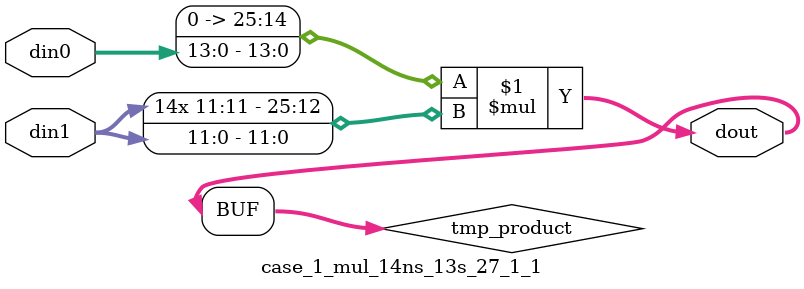
<source format=v>

`timescale 1 ns / 1 ps

 (* use_dsp = "no" *)  module case_1_mul_14ns_13s_27_1_1(din0, din1, dout);
parameter ID = 1;
parameter NUM_STAGE = 0;
parameter din0_WIDTH = 14;
parameter din1_WIDTH = 12;
parameter dout_WIDTH = 26;

input [din0_WIDTH - 1 : 0] din0; 
input [din1_WIDTH - 1 : 0] din1; 
output [dout_WIDTH - 1 : 0] dout;

wire signed [dout_WIDTH - 1 : 0] tmp_product;

























assign tmp_product = $signed({1'b0, din0}) * $signed(din1);










assign dout = tmp_product;





















endmodule

</source>
